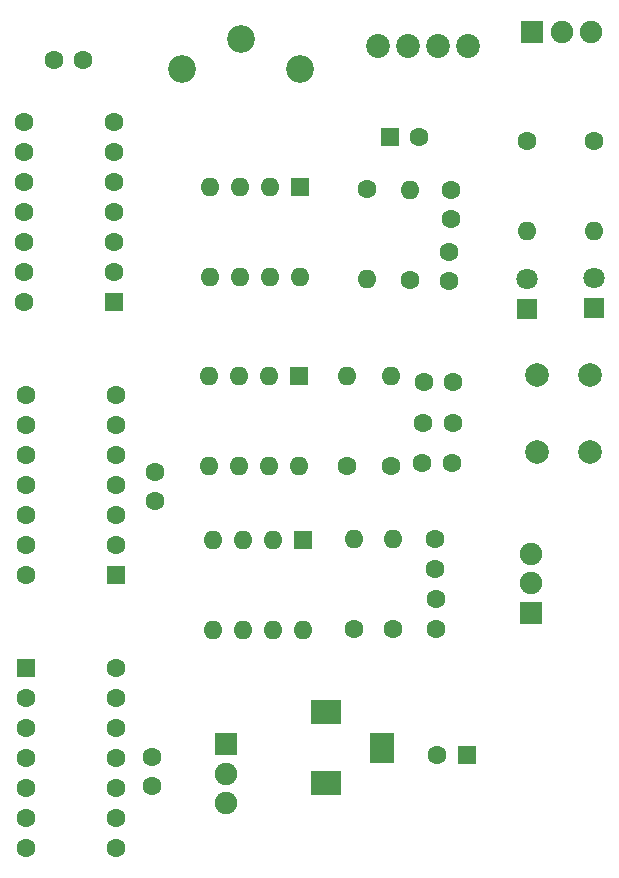
<source format=gbs>
%TF.GenerationSoftware,KiCad,Pcbnew,(6.0.7)*%
%TF.CreationDate,2022-08-17T23:10:38-05:00*%
%TF.ProjectId,clock_module,636c6f63-6b5f-46d6-9f64-756c652e6b69,rev?*%
%TF.SameCoordinates,Original*%
%TF.FileFunction,Soldermask,Bot*%
%TF.FilePolarity,Negative*%
%FSLAX46Y46*%
G04 Gerber Fmt 4.6, Leading zero omitted, Abs format (unit mm)*
G04 Created by KiCad (PCBNEW (6.0.7)) date 2022-08-17 23:10:38*
%MOMM*%
%LPD*%
G01*
G04 APERTURE LIST*
%ADD10R,1.900000X1.900000*%
%ADD11C,1.900000*%
%ADD12R,1.600000X1.600000*%
%ADD13C,1.600000*%
%ADD14O,1.600000X1.600000*%
%ADD15C,2.340000*%
%ADD16C,2.000000*%
%ADD17C,1.800000*%
%ADD18R,1.800000X1.800000*%
%ADD19R,2.600000X2.000000*%
%ADD20R,2.000000X2.600000*%
%ADD21C,2.020000*%
G04 APERTURE END LIST*
D10*
X143397087Y-128977487D03*
D11*
X143397087Y-131477487D03*
X143397087Y-133977487D03*
D12*
X126404487Y-122513687D03*
D13*
X126404487Y-125053687D03*
X126404487Y-127593687D03*
X126404487Y-130133687D03*
X126404487Y-132673687D03*
X126404487Y-135213687D03*
X126404487Y-137753687D03*
X134024487Y-137753687D03*
X134024487Y-135213687D03*
X134024487Y-132673687D03*
X134024487Y-130133687D03*
X134024487Y-127593687D03*
X134024487Y-125053687D03*
X134024487Y-122513687D03*
X155295600Y-81965800D03*
D14*
X155295600Y-89585800D03*
D15*
X139627600Y-71800800D03*
X144627600Y-69300800D03*
X149627600Y-71800800D03*
D16*
X174208000Y-104240400D03*
X174208000Y-97740400D03*
X169708000Y-104240400D03*
X169708000Y-97740400D03*
D13*
X154228800Y-119278400D03*
D14*
X154228800Y-111658400D03*
D12*
X157226000Y-77597000D03*
D13*
X159726000Y-77597000D03*
D17*
X174498000Y-89489200D03*
D18*
X174498000Y-92029200D03*
D13*
X158902400Y-89662000D03*
D14*
X158902400Y-82042000D03*
D13*
X162616200Y-98348800D03*
X160116200Y-98348800D03*
X161061400Y-114127600D03*
X161061400Y-111627600D03*
X168884600Y-77952600D03*
D14*
X168884600Y-85572600D03*
X153619200Y-97790000D03*
D13*
X153619200Y-105410000D03*
D14*
X149519800Y-105420000D03*
X146979800Y-105420000D03*
X144439800Y-105420000D03*
X141899800Y-105420000D03*
X141899800Y-97800000D03*
X144439800Y-97800000D03*
X146979800Y-97800000D03*
D12*
X149519800Y-97800000D03*
D13*
X174498000Y-77927200D03*
D14*
X174498000Y-85547200D03*
D13*
X162565400Y-101777800D03*
X160065400Y-101777800D03*
D12*
X163753800Y-129909687D03*
D13*
X161253800Y-129909687D03*
D12*
X133898200Y-91530800D03*
D13*
X133898200Y-88990800D03*
X133898200Y-86450800D03*
X133898200Y-83910800D03*
X133898200Y-81370800D03*
X133898200Y-78830800D03*
X133898200Y-76290800D03*
X126278200Y-76290800D03*
X126278200Y-78830800D03*
X126278200Y-81370800D03*
X126278200Y-83910800D03*
X126278200Y-86450800D03*
X126278200Y-88990800D03*
X126278200Y-91530800D03*
D10*
X169164000Y-117856000D03*
D11*
X169164000Y-115356000D03*
X169164000Y-112856000D03*
D10*
X169291000Y-68681600D03*
D11*
X171791000Y-68681600D03*
X174291000Y-68681600D03*
D13*
X162489200Y-105156000D03*
X159989200Y-105156000D03*
D12*
X134010400Y-114660200D03*
D13*
X134010400Y-112120200D03*
X134010400Y-109580200D03*
X134010400Y-107040200D03*
X134010400Y-104500200D03*
X134010400Y-101960200D03*
X134010400Y-99420200D03*
X126390400Y-99420200D03*
X126390400Y-101960200D03*
X126390400Y-104500200D03*
X126390400Y-107040200D03*
X126390400Y-109580200D03*
X126390400Y-112120200D03*
X126390400Y-114660200D03*
D14*
X157302200Y-97840800D03*
D13*
X157302200Y-105460800D03*
X157530800Y-119278400D03*
D14*
X157530800Y-111658400D03*
D13*
X137312400Y-105912600D03*
X137312400Y-108412600D03*
D17*
X168884600Y-89641600D03*
D18*
X168884600Y-92181600D03*
D19*
X151864087Y-126277487D03*
X151864087Y-132277487D03*
D20*
X156564087Y-129277487D03*
D13*
X137072487Y-130072087D03*
X137072487Y-132572087D03*
X162433000Y-84562000D03*
X162433000Y-82062000D03*
X161163000Y-119233000D03*
X161163000Y-116733000D03*
X162280600Y-89814400D03*
X162280600Y-87314400D03*
X131272600Y-71043800D03*
X128772600Y-71043800D03*
D12*
X149596000Y-81848800D03*
D14*
X147056000Y-81848800D03*
X144516000Y-81848800D03*
X141976000Y-81848800D03*
X141976000Y-89468800D03*
X144516000Y-89468800D03*
X147056000Y-89468800D03*
X149596000Y-89468800D03*
D21*
X163850400Y-69900800D03*
X161310400Y-69900800D03*
X158770400Y-69900800D03*
X156230400Y-69900800D03*
D12*
X149900800Y-111668400D03*
D14*
X147360800Y-111668400D03*
X144820800Y-111668400D03*
X142280800Y-111668400D03*
X142280800Y-119288400D03*
X144820800Y-119288400D03*
X147360800Y-119288400D03*
X149900800Y-119288400D03*
M02*

</source>
